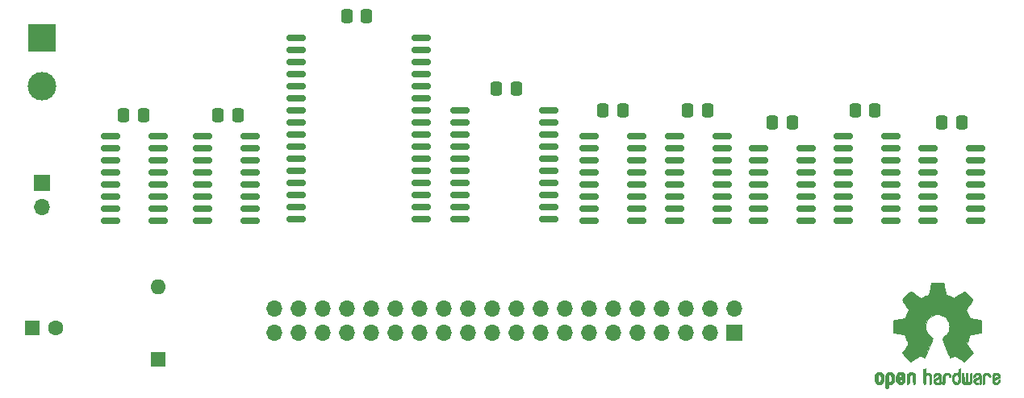
<source format=gbr>
%TF.GenerationSoftware,KiCad,Pcbnew,8.0.2*%
%TF.CreationDate,2024-08-07T07:54:49+02:00*%
%TF.ProjectId,p2000t-ram-expansion-board-128kb-smd,70323030-3074-42d7-9261-6d2d65787061,4*%
%TF.SameCoordinates,Original*%
%TF.FileFunction,Soldermask,Top*%
%TF.FilePolarity,Negative*%
%FSLAX46Y46*%
G04 Gerber Fmt 4.6, Leading zero omitted, Abs format (unit mm)*
G04 Created by KiCad (PCBNEW 8.0.2) date 2024-08-07 07:54:49*
%MOMM*%
%LPD*%
G01*
G04 APERTURE LIST*
G04 Aperture macros list*
%AMRoundRect*
0 Rectangle with rounded corners*
0 $1 Rounding radius*
0 $2 $3 $4 $5 $6 $7 $8 $9 X,Y pos of 4 corners*
0 Add a 4 corners polygon primitive as box body*
4,1,4,$2,$3,$4,$5,$6,$7,$8,$9,$2,$3,0*
0 Add four circle primitives for the rounded corners*
1,1,$1+$1,$2,$3*
1,1,$1+$1,$4,$5*
1,1,$1+$1,$6,$7*
1,1,$1+$1,$8,$9*
0 Add four rect primitives between the rounded corners*
20,1,$1+$1,$2,$3,$4,$5,0*
20,1,$1+$1,$4,$5,$6,$7,0*
20,1,$1+$1,$6,$7,$8,$9,0*
20,1,$1+$1,$8,$9,$2,$3,0*%
G04 Aperture macros list end*
%ADD10C,0.010000*%
%ADD11RoundRect,0.250000X0.337500X0.475000X-0.337500X0.475000X-0.337500X-0.475000X0.337500X-0.475000X0*%
%ADD12R,1.600000X1.600000*%
%ADD13O,1.600000X1.600000*%
%ADD14R,1.700000X1.700000*%
%ADD15O,1.700000X1.700000*%
%ADD16RoundRect,0.150000X-0.875000X-0.150000X0.875000X-0.150000X0.875000X0.150000X-0.875000X0.150000X0*%
%ADD17RoundRect,0.150000X-0.825000X-0.150000X0.825000X-0.150000X0.825000X0.150000X-0.825000X0.150000X0*%
%ADD18C,1.600000*%
%ADD19R,3.000000X3.000000*%
%ADD20C,3.000000*%
G04 APERTURE END LIST*
D10*
%TO.C,LOGO1*%
X125731690Y-84712018D02*
X125766585Y-84727269D01*
X125849877Y-84793235D01*
X125921103Y-84888618D01*
X125965153Y-84990406D01*
X125972322Y-85040587D01*
X125948285Y-85110647D01*
X125895561Y-85147717D01*
X125839031Y-85170164D01*
X125813146Y-85174300D01*
X125800542Y-85144283D01*
X125775654Y-85078961D01*
X125764735Y-85049445D01*
X125703508Y-84947348D01*
X125614861Y-84896423D01*
X125501193Y-84897989D01*
X125492774Y-84899994D01*
X125432088Y-84928767D01*
X125387474Y-84984859D01*
X125357002Y-85075163D01*
X125338744Y-85206571D01*
X125330771Y-85385974D01*
X125330023Y-85481433D01*
X125329652Y-85631913D01*
X125327223Y-85734495D01*
X125320760Y-85799672D01*
X125308288Y-85837938D01*
X125287833Y-85859785D01*
X125257419Y-85875707D01*
X125255661Y-85876509D01*
X125197091Y-85901272D01*
X125168075Y-85910391D01*
X125163616Y-85882822D01*
X125159799Y-85806620D01*
X125156899Y-85691541D01*
X125155191Y-85547341D01*
X125154851Y-85441814D01*
X125156588Y-85237613D01*
X125163382Y-85082697D01*
X125177607Y-84968024D01*
X125201638Y-84884551D01*
X125237848Y-84823236D01*
X125288612Y-84775034D01*
X125338739Y-84741393D01*
X125459275Y-84696619D01*
X125599557Y-84686521D01*
X125731690Y-84712018D01*
G36*
X125731690Y-84712018D02*
G01*
X125766585Y-84727269D01*
X125849877Y-84793235D01*
X125921103Y-84888618D01*
X125965153Y-84990406D01*
X125972322Y-85040587D01*
X125948285Y-85110647D01*
X125895561Y-85147717D01*
X125839031Y-85170164D01*
X125813146Y-85174300D01*
X125800542Y-85144283D01*
X125775654Y-85078961D01*
X125764735Y-85049445D01*
X125703508Y-84947348D01*
X125614861Y-84896423D01*
X125501193Y-84897989D01*
X125492774Y-84899994D01*
X125432088Y-84928767D01*
X125387474Y-84984859D01*
X125357002Y-85075163D01*
X125338744Y-85206571D01*
X125330771Y-85385974D01*
X125330023Y-85481433D01*
X125329652Y-85631913D01*
X125327223Y-85734495D01*
X125320760Y-85799672D01*
X125308288Y-85837938D01*
X125287833Y-85859785D01*
X125257419Y-85875707D01*
X125255661Y-85876509D01*
X125197091Y-85901272D01*
X125168075Y-85910391D01*
X125163616Y-85882822D01*
X125159799Y-85806620D01*
X125156899Y-85691541D01*
X125155191Y-85547341D01*
X125154851Y-85441814D01*
X125156588Y-85237613D01*
X125163382Y-85082697D01*
X125177607Y-84968024D01*
X125201638Y-84884551D01*
X125237848Y-84823236D01*
X125288612Y-84775034D01*
X125338739Y-84741393D01*
X125459275Y-84696619D01*
X125599557Y-84686521D01*
X125731690Y-84712018D01*
G37*
X117813429Y-84649719D02*
X117907123Y-84703914D01*
X117972264Y-84757707D01*
X118019907Y-84814066D01*
X118052728Y-84882987D01*
X118073406Y-84974468D01*
X118084620Y-85098506D01*
X118089049Y-85265098D01*
X118089563Y-85384851D01*
X118089563Y-85825659D01*
X117965483Y-85881283D01*
X117841402Y-85936907D01*
X117826805Y-85454095D01*
X117820773Y-85273779D01*
X117814445Y-85142901D01*
X117806606Y-85052511D01*
X117796037Y-84993664D01*
X117781523Y-84957413D01*
X117761848Y-84934810D01*
X117755535Y-84929917D01*
X117659888Y-84891706D01*
X117563207Y-84906827D01*
X117505655Y-84946943D01*
X117482245Y-84975370D01*
X117466039Y-85012672D01*
X117455741Y-85069223D01*
X117450049Y-85155394D01*
X117447664Y-85281558D01*
X117447264Y-85413042D01*
X117447186Y-85577999D01*
X117444361Y-85694761D01*
X117434907Y-85773510D01*
X117414940Y-85824431D01*
X117380576Y-85857706D01*
X117327932Y-85883520D01*
X117257617Y-85910344D01*
X117180820Y-85939542D01*
X117189962Y-85421346D01*
X117193643Y-85234539D01*
X117197950Y-85096490D01*
X117204123Y-84997568D01*
X117213402Y-84928145D01*
X117227027Y-84878590D01*
X117246239Y-84839273D01*
X117269402Y-84804584D01*
X117381152Y-84693770D01*
X117517513Y-84629689D01*
X117665825Y-84614339D01*
X117813429Y-84649719D01*
G36*
X117813429Y-84649719D02*
G01*
X117907123Y-84703914D01*
X117972264Y-84757707D01*
X118019907Y-84814066D01*
X118052728Y-84882987D01*
X118073406Y-84974468D01*
X118084620Y-85098506D01*
X118089049Y-85265098D01*
X118089563Y-85384851D01*
X118089563Y-85825659D01*
X117965483Y-85881283D01*
X117841402Y-85936907D01*
X117826805Y-85454095D01*
X117820773Y-85273779D01*
X117814445Y-85142901D01*
X117806606Y-85052511D01*
X117796037Y-84993664D01*
X117781523Y-84957413D01*
X117761848Y-84934810D01*
X117755535Y-84929917D01*
X117659888Y-84891706D01*
X117563207Y-84906827D01*
X117505655Y-84946943D01*
X117482245Y-84975370D01*
X117466039Y-85012672D01*
X117455741Y-85069223D01*
X117450049Y-85155394D01*
X117447664Y-85281558D01*
X117447264Y-85413042D01*
X117447186Y-85577999D01*
X117444361Y-85694761D01*
X117434907Y-85773510D01*
X117414940Y-85824431D01*
X117380576Y-85857706D01*
X117327932Y-85883520D01*
X117257617Y-85910344D01*
X117180820Y-85939542D01*
X117189962Y-85421346D01*
X117193643Y-85234539D01*
X117197950Y-85096490D01*
X117204123Y-84997568D01*
X117213402Y-84928145D01*
X117227027Y-84878590D01*
X117246239Y-84839273D01*
X117269402Y-84804584D01*
X117381152Y-84693770D01*
X117517513Y-84629689D01*
X117665825Y-84614339D01*
X117813429Y-84649719D01*
G37*
X121461943Y-84693920D02*
X121594565Y-84742859D01*
X121702010Y-84829419D01*
X121744032Y-84890352D01*
X121789843Y-85002161D01*
X121788891Y-85083006D01*
X121740808Y-85137378D01*
X121723017Y-85146624D01*
X121646204Y-85175450D01*
X121606976Y-85168065D01*
X121593689Y-85119658D01*
X121593012Y-85092920D01*
X121568686Y-84994548D01*
X121505281Y-84925734D01*
X121417154Y-84892498D01*
X121318663Y-84900861D01*
X121238602Y-84944296D01*
X121211561Y-84969072D01*
X121192394Y-84999129D01*
X121179446Y-85044565D01*
X121171064Y-85115476D01*
X121165593Y-85221960D01*
X121161378Y-85374112D01*
X121160287Y-85422287D01*
X121156307Y-85587095D01*
X121151781Y-85703088D01*
X121144995Y-85779833D01*
X121134231Y-85826893D01*
X121117773Y-85853835D01*
X121093906Y-85870223D01*
X121078626Y-85877463D01*
X121013733Y-85902220D01*
X120975534Y-85910391D01*
X120962912Y-85883103D01*
X120955208Y-85800603D01*
X120952380Y-85661941D01*
X120954386Y-85466162D01*
X120955011Y-85435965D01*
X120959421Y-85257349D01*
X120964635Y-85126923D01*
X120972055Y-85034492D01*
X120983082Y-84969858D01*
X120999117Y-84922825D01*
X121021561Y-84883196D01*
X121033302Y-84866215D01*
X121100619Y-84791080D01*
X121175910Y-84732638D01*
X121185128Y-84727536D01*
X121320133Y-84687260D01*
X121461943Y-84693920D01*
G36*
X121461943Y-84693920D02*
G01*
X121594565Y-84742859D01*
X121702010Y-84829419D01*
X121744032Y-84890352D01*
X121789843Y-85002161D01*
X121788891Y-85083006D01*
X121740808Y-85137378D01*
X121723017Y-85146624D01*
X121646204Y-85175450D01*
X121606976Y-85168065D01*
X121593689Y-85119658D01*
X121593012Y-85092920D01*
X121568686Y-84994548D01*
X121505281Y-84925734D01*
X121417154Y-84892498D01*
X121318663Y-84900861D01*
X121238602Y-84944296D01*
X121211561Y-84969072D01*
X121192394Y-84999129D01*
X121179446Y-85044565D01*
X121171064Y-85115476D01*
X121165593Y-85221960D01*
X121161378Y-85374112D01*
X121160287Y-85422287D01*
X121156307Y-85587095D01*
X121151781Y-85703088D01*
X121144995Y-85779833D01*
X121134231Y-85826893D01*
X121117773Y-85853835D01*
X121093906Y-85870223D01*
X121078626Y-85877463D01*
X121013733Y-85902220D01*
X120975534Y-85910391D01*
X120962912Y-85883103D01*
X120955208Y-85800603D01*
X120952380Y-85661941D01*
X120954386Y-85466162D01*
X120955011Y-85435965D01*
X120959421Y-85257349D01*
X120964635Y-85126923D01*
X120972055Y-85034492D01*
X120983082Y-84969858D01*
X120999117Y-84922825D01*
X121021561Y-84883196D01*
X121033302Y-84866215D01*
X121100619Y-84791080D01*
X121175910Y-84732638D01*
X121185128Y-84727536D01*
X121320133Y-84687260D01*
X121461943Y-84693920D01*
G37*
X123976124Y-84711840D02*
X123980579Y-84788653D01*
X123984071Y-84905391D01*
X123986315Y-85052821D01*
X123987035Y-85207455D01*
X123987035Y-85730727D01*
X123894645Y-85823117D01*
X123830978Y-85880047D01*
X123775089Y-85903107D01*
X123698702Y-85901647D01*
X123668380Y-85897934D01*
X123573610Y-85887126D01*
X123495222Y-85880933D01*
X123476115Y-85880361D01*
X123411699Y-85884102D01*
X123319571Y-85893494D01*
X123283850Y-85897934D01*
X123196114Y-85904801D01*
X123137153Y-85889885D01*
X123078690Y-85843835D01*
X123057585Y-85823117D01*
X122965195Y-85730727D01*
X122965195Y-84751947D01*
X123039558Y-84718066D01*
X123103590Y-84692970D01*
X123141052Y-84684184D01*
X123150657Y-84711950D01*
X123159635Y-84789530D01*
X123167386Y-84908348D01*
X123173314Y-85059828D01*
X123176173Y-85187805D01*
X123184161Y-85691425D01*
X123253848Y-85701278D01*
X123317229Y-85694389D01*
X123348286Y-85672083D01*
X123356967Y-85630379D01*
X123364378Y-85541544D01*
X123369931Y-85416834D01*
X123373036Y-85267507D01*
X123373484Y-85190661D01*
X123373931Y-84748287D01*
X123465874Y-84716235D01*
X123530949Y-84694443D01*
X123566347Y-84684281D01*
X123567368Y-84684184D01*
X123570920Y-84711809D01*
X123574823Y-84788411D01*
X123578751Y-84904579D01*
X123582376Y-85050904D01*
X123584908Y-85187805D01*
X123592897Y-85691425D01*
X123768069Y-85691425D01*
X123776107Y-85231965D01*
X123784146Y-84772505D01*
X123869543Y-84728344D01*
X123932593Y-84698019D01*
X123969910Y-84684258D01*
X123970987Y-84684184D01*
X123976124Y-84711840D01*
G36*
X123976124Y-84711840D02*
G01*
X123980579Y-84788653D01*
X123984071Y-84905391D01*
X123986315Y-85052821D01*
X123987035Y-85207455D01*
X123987035Y-85730727D01*
X123894645Y-85823117D01*
X123830978Y-85880047D01*
X123775089Y-85903107D01*
X123698702Y-85901647D01*
X123668380Y-85897934D01*
X123573610Y-85887126D01*
X123495222Y-85880933D01*
X123476115Y-85880361D01*
X123411699Y-85884102D01*
X123319571Y-85893494D01*
X123283850Y-85897934D01*
X123196114Y-85904801D01*
X123137153Y-85889885D01*
X123078690Y-85843835D01*
X123057585Y-85823117D01*
X122965195Y-85730727D01*
X122965195Y-84751947D01*
X123039558Y-84718066D01*
X123103590Y-84692970D01*
X123141052Y-84684184D01*
X123150657Y-84711950D01*
X123159635Y-84789530D01*
X123167386Y-84908348D01*
X123173314Y-85059828D01*
X123176173Y-85187805D01*
X123184161Y-85691425D01*
X123253848Y-85701278D01*
X123317229Y-85694389D01*
X123348286Y-85672083D01*
X123356967Y-85630379D01*
X123364378Y-85541544D01*
X123369931Y-85416834D01*
X123373036Y-85267507D01*
X123373484Y-85190661D01*
X123373931Y-84748287D01*
X123465874Y-84716235D01*
X123530949Y-84694443D01*
X123566347Y-84684281D01*
X123567368Y-84684184D01*
X123570920Y-84711809D01*
X123574823Y-84788411D01*
X123578751Y-84904579D01*
X123582376Y-85050904D01*
X123584908Y-85187805D01*
X123592897Y-85691425D01*
X123768069Y-85691425D01*
X123776107Y-85231965D01*
X123784146Y-84772505D01*
X123869543Y-84728344D01*
X123932593Y-84698019D01*
X123969910Y-84684258D01*
X123970987Y-84684184D01*
X123976124Y-84711840D01*
G37*
X119140598Y-84495857D02*
X119149154Y-84615188D01*
X119158981Y-84685506D01*
X119172599Y-84716179D01*
X119192527Y-84716571D01*
X119198989Y-84712910D01*
X119284940Y-84686398D01*
X119396745Y-84687946D01*
X119510414Y-84715199D01*
X119581510Y-84750455D01*
X119654405Y-84806778D01*
X119707693Y-84870519D01*
X119744275Y-84951510D01*
X119767050Y-85059586D01*
X119778919Y-85204580D01*
X119782782Y-85396326D01*
X119782851Y-85433109D01*
X119782897Y-85846288D01*
X119690954Y-85878339D01*
X119625652Y-85900144D01*
X119589824Y-85910297D01*
X119588770Y-85910391D01*
X119585242Y-85882860D01*
X119582239Y-85806923D01*
X119579990Y-85692565D01*
X119578724Y-85549769D01*
X119578529Y-85462951D01*
X119578123Y-85291773D01*
X119576032Y-85169088D01*
X119570947Y-85085000D01*
X119561560Y-85029614D01*
X119546561Y-84993032D01*
X119524642Y-84965359D01*
X119510957Y-84952032D01*
X119416949Y-84898328D01*
X119314364Y-84894307D01*
X119221290Y-84939725D01*
X119204078Y-84956123D01*
X119178832Y-84986957D01*
X119161320Y-85023531D01*
X119150142Y-85076415D01*
X119143896Y-85156177D01*
X119141182Y-85273385D01*
X119140598Y-85434991D01*
X119140598Y-85846288D01*
X119048655Y-85878339D01*
X118983353Y-85900144D01*
X118947525Y-85910297D01*
X118946471Y-85910391D01*
X118943775Y-85882448D01*
X118941345Y-85803630D01*
X118939278Y-85681453D01*
X118937671Y-85523432D01*
X118936623Y-85337083D01*
X118936231Y-85129920D01*
X118936230Y-85120706D01*
X118936230Y-84331020D01*
X119031115Y-84290997D01*
X119126000Y-84250973D01*
X119140598Y-84495857D01*
G36*
X119140598Y-84495857D02*
G01*
X119149154Y-84615188D01*
X119158981Y-84685506D01*
X119172599Y-84716179D01*
X119192527Y-84716571D01*
X119198989Y-84712910D01*
X119284940Y-84686398D01*
X119396745Y-84687946D01*
X119510414Y-84715199D01*
X119581510Y-84750455D01*
X119654405Y-84806778D01*
X119707693Y-84870519D01*
X119744275Y-84951510D01*
X119767050Y-85059586D01*
X119778919Y-85204580D01*
X119782782Y-85396326D01*
X119782851Y-85433109D01*
X119782897Y-85846288D01*
X119690954Y-85878339D01*
X119625652Y-85900144D01*
X119589824Y-85910297D01*
X119588770Y-85910391D01*
X119585242Y-85882860D01*
X119582239Y-85806923D01*
X119579990Y-85692565D01*
X119578724Y-85549769D01*
X119578529Y-85462951D01*
X119578123Y-85291773D01*
X119576032Y-85169088D01*
X119570947Y-85085000D01*
X119561560Y-85029614D01*
X119546561Y-84993032D01*
X119524642Y-84965359D01*
X119510957Y-84952032D01*
X119416949Y-84898328D01*
X119314364Y-84894307D01*
X119221290Y-84939725D01*
X119204078Y-84956123D01*
X119178832Y-84986957D01*
X119161320Y-85023531D01*
X119150142Y-85076415D01*
X119143896Y-85156177D01*
X119141182Y-85273385D01*
X119140598Y-85434991D01*
X119140598Y-85846288D01*
X119048655Y-85878339D01*
X118983353Y-85900144D01*
X118947525Y-85910297D01*
X118946471Y-85910391D01*
X118943775Y-85882448D01*
X118941345Y-85803630D01*
X118939278Y-85681453D01*
X118937671Y-85523432D01*
X118936623Y-85337083D01*
X118936231Y-85129920D01*
X118936230Y-85120706D01*
X118936230Y-84331020D01*
X119031115Y-84290997D01*
X119126000Y-84250973D01*
X119140598Y-84495857D01*
G37*
X114444221Y-84638015D02*
X114581061Y-84709968D01*
X114682051Y-84825766D01*
X114717925Y-84900213D01*
X114745839Y-85011992D01*
X114760129Y-85153227D01*
X114761484Y-85307371D01*
X114750595Y-85457879D01*
X114728153Y-85588205D01*
X114694850Y-85681803D01*
X114684615Y-85697922D01*
X114563382Y-85818249D01*
X114419387Y-85890317D01*
X114263139Y-85911408D01*
X114105148Y-85878802D01*
X114061180Y-85859253D01*
X113975556Y-85799012D01*
X113900408Y-85719135D01*
X113893306Y-85709004D01*
X113864439Y-85660181D01*
X113845357Y-85607990D01*
X113834084Y-85539285D01*
X113828645Y-85440918D01*
X113827062Y-85299744D01*
X113827035Y-85268092D01*
X113827107Y-85258019D01*
X114118989Y-85258019D01*
X114120687Y-85391256D01*
X114127372Y-85479674D01*
X114141425Y-85536785D01*
X114165229Y-85576102D01*
X114177379Y-85589241D01*
X114247236Y-85639172D01*
X114315059Y-85636895D01*
X114383635Y-85593584D01*
X114424535Y-85547346D01*
X114448758Y-85479857D01*
X114462361Y-85373433D01*
X114463294Y-85361020D01*
X114465616Y-85168147D01*
X114441350Y-85024900D01*
X114390824Y-84932160D01*
X114314368Y-84890807D01*
X114287076Y-84888552D01*
X114215411Y-84899893D01*
X114166390Y-84939184D01*
X114136418Y-85014326D01*
X114121899Y-85133222D01*
X114118989Y-85258019D01*
X113827107Y-85258019D01*
X113828122Y-85117659D01*
X113832688Y-85012549D01*
X113842688Y-84939714D01*
X113860079Y-84886108D01*
X113886816Y-84838681D01*
X113892724Y-84829864D01*
X113992032Y-84711007D01*
X114100242Y-84642008D01*
X114231981Y-84614619D01*
X114276717Y-84613281D01*
X114444221Y-84638015D01*
G36*
X114444221Y-84638015D02*
G01*
X114581061Y-84709968D01*
X114682051Y-84825766D01*
X114717925Y-84900213D01*
X114745839Y-85011992D01*
X114760129Y-85153227D01*
X114761484Y-85307371D01*
X114750595Y-85457879D01*
X114728153Y-85588205D01*
X114694850Y-85681803D01*
X114684615Y-85697922D01*
X114563382Y-85818249D01*
X114419387Y-85890317D01*
X114263139Y-85911408D01*
X114105148Y-85878802D01*
X114061180Y-85859253D01*
X113975556Y-85799012D01*
X113900408Y-85719135D01*
X113893306Y-85709004D01*
X113864439Y-85660181D01*
X113845357Y-85607990D01*
X113834084Y-85539285D01*
X113828645Y-85440918D01*
X113827062Y-85299744D01*
X113827035Y-85268092D01*
X113827107Y-85258019D01*
X114118989Y-85258019D01*
X114120687Y-85391256D01*
X114127372Y-85479674D01*
X114141425Y-85536785D01*
X114165229Y-85576102D01*
X114177379Y-85589241D01*
X114247236Y-85639172D01*
X114315059Y-85636895D01*
X114383635Y-85593584D01*
X114424535Y-85547346D01*
X114448758Y-85479857D01*
X114462361Y-85373433D01*
X114463294Y-85361020D01*
X114465616Y-85168147D01*
X114441350Y-85024900D01*
X114390824Y-84932160D01*
X114314368Y-84890807D01*
X114287076Y-84888552D01*
X114215411Y-84899893D01*
X114166390Y-84939184D01*
X114136418Y-85014326D01*
X114121899Y-85133222D01*
X114118989Y-85258019D01*
X113827107Y-85258019D01*
X113828122Y-85117659D01*
X113832688Y-85012549D01*
X113842688Y-84939714D01*
X113860079Y-84886108D01*
X113886816Y-84838681D01*
X113892724Y-84829864D01*
X113992032Y-84711007D01*
X114100242Y-84642008D01*
X114231981Y-84614619D01*
X114276717Y-84613281D01*
X114444221Y-84638015D01*
G37*
X126739439Y-84728540D02*
X126854950Y-84804034D01*
X126910664Y-84871617D01*
X126954804Y-84994255D01*
X126958309Y-85091298D01*
X126950368Y-85221056D01*
X126651115Y-85352039D01*
X126505611Y-85418958D01*
X126410537Y-85472790D01*
X126361101Y-85519416D01*
X126352511Y-85564720D01*
X126379972Y-85614582D01*
X126410253Y-85647632D01*
X126498363Y-85700633D01*
X126594196Y-85704347D01*
X126682212Y-85663041D01*
X126746869Y-85580983D01*
X126758433Y-85552008D01*
X126813825Y-85461509D01*
X126877553Y-85422940D01*
X126964966Y-85389946D01*
X126964966Y-85515034D01*
X126957238Y-85600156D01*
X126926966Y-85671938D01*
X126863518Y-85754356D01*
X126854088Y-85765066D01*
X126783513Y-85838391D01*
X126722847Y-85877742D01*
X126646950Y-85895845D01*
X126584030Y-85901774D01*
X126471487Y-85903251D01*
X126391370Y-85884535D01*
X126341390Y-85856747D01*
X126262838Y-85795641D01*
X126208463Y-85729554D01*
X126174052Y-85646441D01*
X126155388Y-85534254D01*
X126148256Y-85380946D01*
X126147687Y-85303136D01*
X126149622Y-85209853D01*
X126325899Y-85209853D01*
X126327944Y-85259896D01*
X126333039Y-85268092D01*
X126366666Y-85256958D01*
X126439030Y-85227493D01*
X126535747Y-85185601D01*
X126555973Y-85176597D01*
X126678203Y-85114442D01*
X126745547Y-85059815D01*
X126760348Y-85008649D01*
X126724947Y-84956876D01*
X126695711Y-84934000D01*
X126590216Y-84888250D01*
X126491476Y-84895808D01*
X126408812Y-84951651D01*
X126351548Y-85050753D01*
X126333188Y-85129414D01*
X126325899Y-85209853D01*
X126149622Y-85209853D01*
X126151459Y-85121351D01*
X126165359Y-84986853D01*
X126192894Y-84888916D01*
X126237572Y-84816811D01*
X126302901Y-84759813D01*
X126331383Y-84741393D01*
X126460763Y-84693422D01*
X126602412Y-84690403D01*
X126739439Y-84728540D01*
G36*
X126739439Y-84728540D02*
G01*
X126854950Y-84804034D01*
X126910664Y-84871617D01*
X126954804Y-84994255D01*
X126958309Y-85091298D01*
X126950368Y-85221056D01*
X126651115Y-85352039D01*
X126505611Y-85418958D01*
X126410537Y-85472790D01*
X126361101Y-85519416D01*
X126352511Y-85564720D01*
X126379972Y-85614582D01*
X126410253Y-85647632D01*
X126498363Y-85700633D01*
X126594196Y-85704347D01*
X126682212Y-85663041D01*
X126746869Y-85580983D01*
X126758433Y-85552008D01*
X126813825Y-85461509D01*
X126877553Y-85422940D01*
X126964966Y-85389946D01*
X126964966Y-85515034D01*
X126957238Y-85600156D01*
X126926966Y-85671938D01*
X126863518Y-85754356D01*
X126854088Y-85765066D01*
X126783513Y-85838391D01*
X126722847Y-85877742D01*
X126646950Y-85895845D01*
X126584030Y-85901774D01*
X126471487Y-85903251D01*
X126391370Y-85884535D01*
X126341390Y-85856747D01*
X126262838Y-85795641D01*
X126208463Y-85729554D01*
X126174052Y-85646441D01*
X126155388Y-85534254D01*
X126148256Y-85380946D01*
X126147687Y-85303136D01*
X126149622Y-85209853D01*
X126325899Y-85209853D01*
X126327944Y-85259896D01*
X126333039Y-85268092D01*
X126366666Y-85256958D01*
X126439030Y-85227493D01*
X126535747Y-85185601D01*
X126555973Y-85176597D01*
X126678203Y-85114442D01*
X126745547Y-85059815D01*
X126760348Y-85008649D01*
X126724947Y-84956876D01*
X126695711Y-84934000D01*
X126590216Y-84888250D01*
X126491476Y-84895808D01*
X126408812Y-84951651D01*
X126351548Y-85050753D01*
X126333188Y-85129414D01*
X126325899Y-85209853D01*
X126149622Y-85209853D01*
X126151459Y-85121351D01*
X126165359Y-84986853D01*
X126192894Y-84888916D01*
X126237572Y-84816811D01*
X126302901Y-84759813D01*
X126331383Y-84741393D01*
X126460763Y-84693422D01*
X126602412Y-84690403D01*
X126739439Y-84728540D01*
G37*
X122789914Y-84926455D02*
X122789543Y-85144661D01*
X122788108Y-85312519D01*
X122785002Y-85438070D01*
X122779622Y-85529355D01*
X122771362Y-85594415D01*
X122759616Y-85641291D01*
X122743781Y-85678024D01*
X122731790Y-85698991D01*
X122632490Y-85812694D01*
X122506588Y-85883965D01*
X122367291Y-85909538D01*
X122227805Y-85886150D01*
X122144743Y-85844119D01*
X122057545Y-85771411D01*
X121998117Y-85682612D01*
X121962261Y-85566320D01*
X121945781Y-85411135D01*
X121943447Y-85297287D01*
X121943761Y-85289106D01*
X122147724Y-85289106D01*
X122148970Y-85419657D01*
X122154678Y-85506080D01*
X122167804Y-85562618D01*
X122191306Y-85603514D01*
X122219386Y-85634362D01*
X122313688Y-85693905D01*
X122414940Y-85698992D01*
X122510636Y-85649279D01*
X122518084Y-85642543D01*
X122549874Y-85607502D01*
X122569808Y-85565811D01*
X122580600Y-85503762D01*
X122584965Y-85407644D01*
X122585655Y-85301379D01*
X122584159Y-85167880D01*
X122577964Y-85078822D01*
X122564514Y-85020293D01*
X122541251Y-84978382D01*
X122522175Y-84956123D01*
X122433563Y-84899985D01*
X122331508Y-84893235D01*
X122234095Y-84936114D01*
X122215296Y-84952032D01*
X122183293Y-84987382D01*
X122163318Y-85029502D01*
X122152593Y-85092251D01*
X122148339Y-85189487D01*
X122147724Y-85289106D01*
X121943761Y-85289106D01*
X121950504Y-85113947D01*
X121974472Y-84976195D01*
X122019548Y-84872632D01*
X122089928Y-84791856D01*
X122144743Y-84750455D01*
X122244376Y-84705728D01*
X122359855Y-84684967D01*
X122467199Y-84690525D01*
X122527264Y-84712943D01*
X122550835Y-84719323D01*
X122566477Y-84695535D01*
X122577395Y-84631788D01*
X122585655Y-84534687D01*
X122594699Y-84426541D01*
X122607261Y-84361475D01*
X122630119Y-84324268D01*
X122670051Y-84299699D01*
X122695138Y-84288819D01*
X122790023Y-84249072D01*
X122789914Y-84926455D01*
G36*
X122789914Y-84926455D02*
G01*
X122789543Y-85144661D01*
X122788108Y-85312519D01*
X122785002Y-85438070D01*
X122779622Y-85529355D01*
X122771362Y-85594415D01*
X122759616Y-85641291D01*
X122743781Y-85678024D01*
X122731790Y-85698991D01*
X122632490Y-85812694D01*
X122506588Y-85883965D01*
X122367291Y-85909538D01*
X122227805Y-85886150D01*
X122144743Y-85844119D01*
X122057545Y-85771411D01*
X121998117Y-85682612D01*
X121962261Y-85566320D01*
X121945781Y-85411135D01*
X121943447Y-85297287D01*
X121943761Y-85289106D01*
X122147724Y-85289106D01*
X122148970Y-85419657D01*
X122154678Y-85506080D01*
X122167804Y-85562618D01*
X122191306Y-85603514D01*
X122219386Y-85634362D01*
X122313688Y-85693905D01*
X122414940Y-85698992D01*
X122510636Y-85649279D01*
X122518084Y-85642543D01*
X122549874Y-85607502D01*
X122569808Y-85565811D01*
X122580600Y-85503762D01*
X122584965Y-85407644D01*
X122585655Y-85301379D01*
X122584159Y-85167880D01*
X122577964Y-85078822D01*
X122564514Y-85020293D01*
X122541251Y-84978382D01*
X122522175Y-84956123D01*
X122433563Y-84899985D01*
X122331508Y-84893235D01*
X122234095Y-84936114D01*
X122215296Y-84952032D01*
X122183293Y-84987382D01*
X122163318Y-85029502D01*
X122152593Y-85092251D01*
X122148339Y-85189487D01*
X122147724Y-85289106D01*
X121943761Y-85289106D01*
X121950504Y-85113947D01*
X121974472Y-84976195D01*
X122019548Y-84872632D01*
X122089928Y-84791856D01*
X122144743Y-84750455D01*
X122244376Y-84705728D01*
X122359855Y-84684967D01*
X122467199Y-84690525D01*
X122527264Y-84712943D01*
X122550835Y-84719323D01*
X122566477Y-84695535D01*
X122577395Y-84631788D01*
X122585655Y-84534687D01*
X122594699Y-84426541D01*
X122607261Y-84361475D01*
X122630119Y-84324268D01*
X122670051Y-84299699D01*
X122695138Y-84288819D01*
X122790023Y-84249072D01*
X122789914Y-84926455D01*
G37*
X116711552Y-84656676D02*
X116826658Y-84734111D01*
X116915611Y-84845949D01*
X116968749Y-84988265D01*
X116979497Y-85093015D01*
X116978276Y-85136726D01*
X116968056Y-85170194D01*
X116939961Y-85200179D01*
X116885116Y-85233440D01*
X116794645Y-85276738D01*
X116659672Y-85336833D01*
X116658989Y-85337134D01*
X116534751Y-85394037D01*
X116432873Y-85444565D01*
X116363767Y-85483280D01*
X116337846Y-85504740D01*
X116337839Y-85504913D01*
X116360685Y-85551644D01*
X116414109Y-85603154D01*
X116475442Y-85640261D01*
X116506515Y-85647632D01*
X116591289Y-85622138D01*
X116664293Y-85558291D01*
X116699913Y-85488094D01*
X116734180Y-85436343D01*
X116801303Y-85377409D01*
X116880208Y-85326496D01*
X116949821Y-85298809D01*
X116964377Y-85297287D01*
X116980763Y-85322321D01*
X116981750Y-85386311D01*
X116969708Y-85472593D01*
X116947007Y-85564501D01*
X116916014Y-85645369D01*
X116914448Y-85648509D01*
X116821181Y-85778734D01*
X116700304Y-85867311D01*
X116563027Y-85910786D01*
X116420560Y-85905706D01*
X116284112Y-85848616D01*
X116278045Y-85844602D01*
X116170710Y-85747326D01*
X116100132Y-85620409D01*
X116061074Y-85453526D01*
X116055832Y-85406639D01*
X116046548Y-85185329D01*
X116057678Y-85082124D01*
X116337839Y-85082124D01*
X116341479Y-85146503D01*
X116361389Y-85165291D01*
X116411026Y-85151235D01*
X116489267Y-85118009D01*
X116576726Y-85076359D01*
X116578899Y-85075256D01*
X116653030Y-85036265D01*
X116682781Y-85010244D01*
X116675445Y-84982965D01*
X116644553Y-84947121D01*
X116565960Y-84895251D01*
X116481323Y-84891439D01*
X116405403Y-84929189D01*
X116352965Y-85002001D01*
X116337839Y-85082124D01*
X116057678Y-85082124D01*
X116065644Y-85008261D01*
X116114634Y-84867829D01*
X116182836Y-84769447D01*
X116305935Y-84670030D01*
X116441528Y-84620711D01*
X116579955Y-84617568D01*
X116711552Y-84656676D01*
G36*
X116711552Y-84656676D02*
G01*
X116826658Y-84734111D01*
X116915611Y-84845949D01*
X116968749Y-84988265D01*
X116979497Y-85093015D01*
X116978276Y-85136726D01*
X116968056Y-85170194D01*
X116939961Y-85200179D01*
X116885116Y-85233440D01*
X116794645Y-85276738D01*
X116659672Y-85336833D01*
X116658989Y-85337134D01*
X116534751Y-85394037D01*
X116432873Y-85444565D01*
X116363767Y-85483280D01*
X116337846Y-85504740D01*
X116337839Y-85504913D01*
X116360685Y-85551644D01*
X116414109Y-85603154D01*
X116475442Y-85640261D01*
X116506515Y-85647632D01*
X116591289Y-85622138D01*
X116664293Y-85558291D01*
X116699913Y-85488094D01*
X116734180Y-85436343D01*
X116801303Y-85377409D01*
X116880208Y-85326496D01*
X116949821Y-85298809D01*
X116964377Y-85297287D01*
X116980763Y-85322321D01*
X116981750Y-85386311D01*
X116969708Y-85472593D01*
X116947007Y-85564501D01*
X116916014Y-85645369D01*
X116914448Y-85648509D01*
X116821181Y-85778734D01*
X116700304Y-85867311D01*
X116563027Y-85910786D01*
X116420560Y-85905706D01*
X116284112Y-85848616D01*
X116278045Y-85844602D01*
X116170710Y-85747326D01*
X116100132Y-85620409D01*
X116061074Y-85453526D01*
X116055832Y-85406639D01*
X116046548Y-85185329D01*
X116057678Y-85082124D01*
X116337839Y-85082124D01*
X116341479Y-85146503D01*
X116361389Y-85165291D01*
X116411026Y-85151235D01*
X116489267Y-85118009D01*
X116576726Y-85076359D01*
X116578899Y-85075256D01*
X116653030Y-85036265D01*
X116682781Y-85010244D01*
X116675445Y-84982965D01*
X116644553Y-84947121D01*
X116565960Y-84895251D01*
X116481323Y-84891439D01*
X116405403Y-84929189D01*
X116352965Y-85002001D01*
X116337839Y-85082124D01*
X116057678Y-85082124D01*
X116065644Y-85008261D01*
X116114634Y-84867829D01*
X116182836Y-84769447D01*
X116305935Y-84670030D01*
X116441528Y-84620711D01*
X116579955Y-84617568D01*
X116711552Y-84656676D01*
G37*
X120475944Y-84696360D02*
X120590343Y-84738842D01*
X120591652Y-84739658D01*
X120662403Y-84791730D01*
X120714636Y-84852584D01*
X120751371Y-84931887D01*
X120775634Y-85039309D01*
X120790445Y-85184517D01*
X120798829Y-85377179D01*
X120799564Y-85404628D01*
X120810120Y-85818521D01*
X120721291Y-85864456D01*
X120657018Y-85895498D01*
X120618210Y-85910206D01*
X120616415Y-85910391D01*
X120609700Y-85883250D01*
X120604365Y-85810041D01*
X120601083Y-85703081D01*
X120600368Y-85616469D01*
X120600351Y-85476162D01*
X120593937Y-85388051D01*
X120571580Y-85346025D01*
X120523732Y-85343975D01*
X120440849Y-85375790D01*
X120315713Y-85434272D01*
X120223697Y-85482845D01*
X120176371Y-85524986D01*
X120162458Y-85570916D01*
X120162437Y-85573189D01*
X120185395Y-85652311D01*
X120253370Y-85695055D01*
X120357398Y-85701246D01*
X120432330Y-85700172D01*
X120471839Y-85721753D01*
X120496478Y-85773591D01*
X120510659Y-85839632D01*
X120490223Y-85877104D01*
X120482528Y-85882467D01*
X120410083Y-85904006D01*
X120308633Y-85907055D01*
X120204157Y-85892778D01*
X120130125Y-85866688D01*
X120027772Y-85779785D01*
X119969591Y-85658816D01*
X119958069Y-85564308D01*
X119966862Y-85479062D01*
X119998680Y-85409476D01*
X120061684Y-85347672D01*
X120164031Y-85285772D01*
X120313882Y-85215897D01*
X120323012Y-85211948D01*
X120457997Y-85149588D01*
X120541294Y-85098446D01*
X120576997Y-85052488D01*
X120569203Y-85005683D01*
X120522007Y-84951998D01*
X120507894Y-84939644D01*
X120413359Y-84891741D01*
X120315406Y-84893758D01*
X120230097Y-84940724D01*
X120173496Y-85027669D01*
X120168237Y-85044734D01*
X120117023Y-85127504D01*
X120052037Y-85167372D01*
X119958069Y-85206882D01*
X119958069Y-85104658D01*
X119986653Y-84956072D01*
X120071495Y-84819784D01*
X120115645Y-84774191D01*
X120216005Y-84715674D01*
X120343635Y-84689184D01*
X120475944Y-84696360D01*
G36*
X120475944Y-84696360D02*
G01*
X120590343Y-84738842D01*
X120591652Y-84739658D01*
X120662403Y-84791730D01*
X120714636Y-84852584D01*
X120751371Y-84931887D01*
X120775634Y-85039309D01*
X120790445Y-85184517D01*
X120798829Y-85377179D01*
X120799564Y-85404628D01*
X120810120Y-85818521D01*
X120721291Y-85864456D01*
X120657018Y-85895498D01*
X120618210Y-85910206D01*
X120616415Y-85910391D01*
X120609700Y-85883250D01*
X120604365Y-85810041D01*
X120601083Y-85703081D01*
X120600368Y-85616469D01*
X120600351Y-85476162D01*
X120593937Y-85388051D01*
X120571580Y-85346025D01*
X120523732Y-85343975D01*
X120440849Y-85375790D01*
X120315713Y-85434272D01*
X120223697Y-85482845D01*
X120176371Y-85524986D01*
X120162458Y-85570916D01*
X120162437Y-85573189D01*
X120185395Y-85652311D01*
X120253370Y-85695055D01*
X120357398Y-85701246D01*
X120432330Y-85700172D01*
X120471839Y-85721753D01*
X120496478Y-85773591D01*
X120510659Y-85839632D01*
X120490223Y-85877104D01*
X120482528Y-85882467D01*
X120410083Y-85904006D01*
X120308633Y-85907055D01*
X120204157Y-85892778D01*
X120130125Y-85866688D01*
X120027772Y-85779785D01*
X119969591Y-85658816D01*
X119958069Y-85564308D01*
X119966862Y-85479062D01*
X119998680Y-85409476D01*
X120061684Y-85347672D01*
X120164031Y-85285772D01*
X120313882Y-85215897D01*
X120323012Y-85211948D01*
X120457997Y-85149588D01*
X120541294Y-85098446D01*
X120576997Y-85052488D01*
X120569203Y-85005683D01*
X120522007Y-84951998D01*
X120507894Y-84939644D01*
X120413359Y-84891741D01*
X120315406Y-84893758D01*
X120230097Y-84940724D01*
X120173496Y-85027669D01*
X120168237Y-85044734D01*
X120117023Y-85127504D01*
X120052037Y-85167372D01*
X119958069Y-85206882D01*
X119958069Y-85104658D01*
X119986653Y-84956072D01*
X120071495Y-84819784D01*
X120115645Y-84774191D01*
X120216005Y-84715674D01*
X120343635Y-84689184D01*
X120475944Y-84696360D01*
G37*
X115567900Y-84633903D02*
X115679450Y-84689522D01*
X115777908Y-84791931D01*
X115805023Y-84829864D01*
X115834562Y-84879500D01*
X115853728Y-84933412D01*
X115864693Y-85005364D01*
X115869629Y-85109122D01*
X115870713Y-85246101D01*
X115865818Y-85433815D01*
X115848804Y-85574758D01*
X115816177Y-85679908D01*
X115764442Y-85760243D01*
X115690104Y-85826741D01*
X115684642Y-85830678D01*
X115611380Y-85870953D01*
X115523160Y-85890880D01*
X115410962Y-85895793D01*
X115228567Y-85895793D01*
X115228491Y-86072857D01*
X115226793Y-86171470D01*
X115216450Y-86229314D01*
X115189422Y-86264006D01*
X115137668Y-86293164D01*
X115125239Y-86299121D01*
X115067077Y-86327039D01*
X115022044Y-86344672D01*
X114988559Y-86346194D01*
X114965038Y-86325781D01*
X114949900Y-86277607D01*
X114941563Y-86195846D01*
X114938444Y-86074672D01*
X114938960Y-85908260D01*
X114941529Y-85690785D01*
X114942332Y-85625736D01*
X114945222Y-85401502D01*
X114947812Y-85254821D01*
X115228414Y-85254821D01*
X115229991Y-85379326D01*
X115237000Y-85460787D01*
X115252858Y-85514515D01*
X115280981Y-85555823D01*
X115300075Y-85575971D01*
X115378135Y-85634921D01*
X115447247Y-85639720D01*
X115518560Y-85591038D01*
X115520368Y-85589241D01*
X115549383Y-85551618D01*
X115567033Y-85500484D01*
X115575936Y-85421738D01*
X115578709Y-85301276D01*
X115578759Y-85274588D01*
X115572058Y-85108583D01*
X115550248Y-84993505D01*
X115510765Y-84923254D01*
X115451044Y-84891729D01*
X115416528Y-84888552D01*
X115334611Y-84903460D01*
X115278421Y-84952548D01*
X115244598Y-85042362D01*
X115229780Y-85179445D01*
X115228414Y-85254821D01*
X114947812Y-85254821D01*
X114948287Y-85227952D01*
X114952247Y-85097382D01*
X114957826Y-85002087D01*
X114965746Y-84934364D01*
X114976731Y-84886507D01*
X114991501Y-84850813D01*
X115010782Y-84819578D01*
X115019049Y-84807824D01*
X115128712Y-84696797D01*
X115267365Y-84633847D01*
X115427754Y-84616297D01*
X115567900Y-84633903D01*
G36*
X115567900Y-84633903D02*
G01*
X115679450Y-84689522D01*
X115777908Y-84791931D01*
X115805023Y-84829864D01*
X115834562Y-84879500D01*
X115853728Y-84933412D01*
X115864693Y-85005364D01*
X115869629Y-85109122D01*
X115870713Y-85246101D01*
X115865818Y-85433815D01*
X115848804Y-85574758D01*
X115816177Y-85679908D01*
X115764442Y-85760243D01*
X115690104Y-85826741D01*
X115684642Y-85830678D01*
X115611380Y-85870953D01*
X115523160Y-85890880D01*
X115410962Y-85895793D01*
X115228567Y-85895793D01*
X115228491Y-86072857D01*
X115226793Y-86171470D01*
X115216450Y-86229314D01*
X115189422Y-86264006D01*
X115137668Y-86293164D01*
X115125239Y-86299121D01*
X115067077Y-86327039D01*
X115022044Y-86344672D01*
X114988559Y-86346194D01*
X114965038Y-86325781D01*
X114949900Y-86277607D01*
X114941563Y-86195846D01*
X114938444Y-86074672D01*
X114938960Y-85908260D01*
X114941529Y-85690785D01*
X114942332Y-85625736D01*
X114945222Y-85401502D01*
X114947812Y-85254821D01*
X115228414Y-85254821D01*
X115229991Y-85379326D01*
X115237000Y-85460787D01*
X115252858Y-85514515D01*
X115280981Y-85555823D01*
X115300075Y-85575971D01*
X115378135Y-85634921D01*
X115447247Y-85639720D01*
X115518560Y-85591038D01*
X115520368Y-85589241D01*
X115549383Y-85551618D01*
X115567033Y-85500484D01*
X115575936Y-85421738D01*
X115578709Y-85301276D01*
X115578759Y-85274588D01*
X115572058Y-85108583D01*
X115550248Y-84993505D01*
X115510765Y-84923254D01*
X115451044Y-84891729D01*
X115416528Y-84888552D01*
X115334611Y-84903460D01*
X115278421Y-84952548D01*
X115244598Y-85042362D01*
X115229780Y-85179445D01*
X115228414Y-85254821D01*
X114947812Y-85254821D01*
X114948287Y-85227952D01*
X114952247Y-85097382D01*
X114957826Y-85002087D01*
X114965746Y-84934364D01*
X114976731Y-84886507D01*
X114991501Y-84850813D01*
X115010782Y-84819578D01*
X115019049Y-84807824D01*
X115128712Y-84696797D01*
X115267365Y-84633847D01*
X115427754Y-84616297D01*
X115567900Y-84633903D01*
G37*
X124710406Y-84707156D02*
X124794469Y-84745393D01*
X124860450Y-84791726D01*
X124908794Y-84843532D01*
X124942172Y-84910363D01*
X124963253Y-85001769D01*
X124974707Y-85127301D01*
X124979203Y-85296508D01*
X124979678Y-85407933D01*
X124979678Y-85842627D01*
X124905316Y-85876509D01*
X124846746Y-85901272D01*
X124817730Y-85910391D01*
X124812179Y-85883257D01*
X124807775Y-85810094D01*
X124805078Y-85703263D01*
X124804506Y-85618437D01*
X124802046Y-85495887D01*
X124795412Y-85398668D01*
X124785726Y-85339134D01*
X124778032Y-85326483D01*
X124726311Y-85339402D01*
X124645117Y-85372539D01*
X124551102Y-85417461D01*
X124460917Y-85465735D01*
X124391215Y-85508928D01*
X124358648Y-85538608D01*
X124358519Y-85538929D01*
X124361320Y-85593857D01*
X124386439Y-85646292D01*
X124430541Y-85688881D01*
X124494909Y-85703126D01*
X124549921Y-85701466D01*
X124627835Y-85700245D01*
X124668732Y-85718498D01*
X124693295Y-85766726D01*
X124696392Y-85775820D01*
X124707040Y-85844598D01*
X124678565Y-85886360D01*
X124604344Y-85906263D01*
X124524168Y-85909944D01*
X124379890Y-85882658D01*
X124305203Y-85843690D01*
X124212963Y-85752148D01*
X124164043Y-85639782D01*
X124159654Y-85521051D01*
X124201001Y-85410411D01*
X124263197Y-85341080D01*
X124325294Y-85302265D01*
X124422895Y-85253125D01*
X124536632Y-85203292D01*
X124555590Y-85195677D01*
X124680521Y-85140545D01*
X124752539Y-85091954D01*
X124775700Y-85043647D01*
X124754064Y-84989370D01*
X124716920Y-84946943D01*
X124629127Y-84894702D01*
X124532530Y-84890784D01*
X124443944Y-84931041D01*
X124380186Y-85011326D01*
X124371817Y-85032040D01*
X124323096Y-85108225D01*
X124251965Y-85164785D01*
X124162207Y-85211201D01*
X124162207Y-85079584D01*
X124167490Y-84999168D01*
X124190142Y-84935786D01*
X124240367Y-84868163D01*
X124288582Y-84816076D01*
X124363554Y-84742322D01*
X124421806Y-84702702D01*
X124484372Y-84686810D01*
X124555193Y-84684184D01*
X124710406Y-84707156D01*
G36*
X124710406Y-84707156D02*
G01*
X124794469Y-84745393D01*
X124860450Y-84791726D01*
X124908794Y-84843532D01*
X124942172Y-84910363D01*
X124963253Y-85001769D01*
X124974707Y-85127301D01*
X124979203Y-85296508D01*
X124979678Y-85407933D01*
X124979678Y-85842627D01*
X124905316Y-85876509D01*
X124846746Y-85901272D01*
X124817730Y-85910391D01*
X124812179Y-85883257D01*
X124807775Y-85810094D01*
X124805078Y-85703263D01*
X124804506Y-85618437D01*
X124802046Y-85495887D01*
X124795412Y-85398668D01*
X124785726Y-85339134D01*
X124778032Y-85326483D01*
X124726311Y-85339402D01*
X124645117Y-85372539D01*
X124551102Y-85417461D01*
X124460917Y-85465735D01*
X124391215Y-85508928D01*
X124358648Y-85538608D01*
X124358519Y-85538929D01*
X124361320Y-85593857D01*
X124386439Y-85646292D01*
X124430541Y-85688881D01*
X124494909Y-85703126D01*
X124549921Y-85701466D01*
X124627835Y-85700245D01*
X124668732Y-85718498D01*
X124693295Y-85766726D01*
X124696392Y-85775820D01*
X124707040Y-85844598D01*
X124678565Y-85886360D01*
X124604344Y-85906263D01*
X124524168Y-85909944D01*
X124379890Y-85882658D01*
X124305203Y-85843690D01*
X124212963Y-85752148D01*
X124164043Y-85639782D01*
X124159654Y-85521051D01*
X124201001Y-85410411D01*
X124263197Y-85341080D01*
X124325294Y-85302265D01*
X124422895Y-85253125D01*
X124536632Y-85203292D01*
X124555590Y-85195677D01*
X124680521Y-85140545D01*
X124752539Y-85091954D01*
X124775700Y-85043647D01*
X124754064Y-84989370D01*
X124716920Y-84946943D01*
X124629127Y-84894702D01*
X124532530Y-84890784D01*
X124443944Y-84931041D01*
X124380186Y-85011326D01*
X124371817Y-85032040D01*
X124323096Y-85108225D01*
X124251965Y-85164785D01*
X124162207Y-85211201D01*
X124162207Y-85079584D01*
X124167490Y-84999168D01*
X124190142Y-84935786D01*
X124240367Y-84868163D01*
X124288582Y-84816076D01*
X124363554Y-84742322D01*
X124421806Y-84702702D01*
X124484372Y-84686810D01*
X124555193Y-84684184D01*
X124710406Y-84707156D01*
G37*
X120605014Y-75224998D02*
X120763006Y-75225863D01*
X120877347Y-75228205D01*
X120955407Y-75232762D01*
X121004554Y-75240270D01*
X121032159Y-75251466D01*
X121045592Y-75267088D01*
X121052221Y-75287873D01*
X121052865Y-75290563D01*
X121062935Y-75339113D01*
X121081575Y-75434905D01*
X121106845Y-75567743D01*
X121136807Y-75727431D01*
X121169522Y-75903774D01*
X121170664Y-75909967D01*
X121203433Y-76082782D01*
X121234093Y-76235469D01*
X121260664Y-76358871D01*
X121281167Y-76443831D01*
X121293626Y-76481190D01*
X121294220Y-76481852D01*
X121330919Y-76500095D01*
X121406586Y-76530497D01*
X121504878Y-76566493D01*
X121505425Y-76566685D01*
X121629233Y-76613222D01*
X121775196Y-76672504D01*
X121912781Y-76732109D01*
X121919293Y-76735056D01*
X122143390Y-76836765D01*
X122639619Y-76497897D01*
X122791846Y-76394592D01*
X122929741Y-76302237D01*
X123045315Y-76226084D01*
X123130579Y-76171385D01*
X123177544Y-76143393D01*
X123182004Y-76141317D01*
X123216134Y-76150560D01*
X123279881Y-76195156D01*
X123375731Y-76277209D01*
X123506169Y-76398821D01*
X123639328Y-76528205D01*
X123767694Y-76655702D01*
X123882581Y-76772046D01*
X123977073Y-76870052D01*
X124044253Y-76942536D01*
X124077206Y-76982313D01*
X124078432Y-76984361D01*
X124082074Y-77011656D01*
X124068350Y-77056234D01*
X124033869Y-77124112D01*
X123975239Y-77221311D01*
X123889070Y-77353851D01*
X123774200Y-77524476D01*
X123672254Y-77674655D01*
X123581123Y-77809350D01*
X123506073Y-77920740D01*
X123452369Y-78001005D01*
X123425280Y-78042325D01*
X123423574Y-78045130D01*
X123426882Y-78084721D01*
X123451953Y-78161669D01*
X123493798Y-78261432D01*
X123508712Y-78293291D01*
X123573786Y-78435226D01*
X123643212Y-78596273D01*
X123699609Y-78735621D01*
X123740247Y-78839044D01*
X123772526Y-78917642D01*
X123791178Y-78958720D01*
X123793497Y-78961885D01*
X123827803Y-78967128D01*
X123908669Y-78981494D01*
X124025343Y-79002937D01*
X124167075Y-79029413D01*
X124323110Y-79058877D01*
X124482698Y-79089283D01*
X124635085Y-79118588D01*
X124769521Y-79144745D01*
X124875252Y-79165710D01*
X124941526Y-79179439D01*
X124957782Y-79183320D01*
X124974573Y-79192900D01*
X124987249Y-79214536D01*
X124996378Y-79255531D01*
X125002531Y-79323189D01*
X125006280Y-79424812D01*
X125008192Y-79567703D01*
X125008840Y-79759165D01*
X125008874Y-79837645D01*
X125008874Y-80475906D01*
X124855598Y-80506160D01*
X124770322Y-80522564D01*
X124643070Y-80546509D01*
X124489315Y-80575107D01*
X124324534Y-80605467D01*
X124278989Y-80613806D01*
X124126932Y-80643370D01*
X123994468Y-80672442D01*
X123892714Y-80698329D01*
X123832788Y-80718337D01*
X123822805Y-80724301D01*
X123798293Y-80766534D01*
X123763148Y-80848370D01*
X123724173Y-80953683D01*
X123716442Y-80976368D01*
X123665360Y-81117018D01*
X123601954Y-81275714D01*
X123539904Y-81418225D01*
X123539598Y-81418886D01*
X123436267Y-81642440D01*
X124115961Y-82642232D01*
X123679621Y-83079300D01*
X123547649Y-83209381D01*
X123427279Y-83324048D01*
X123325273Y-83417181D01*
X123248391Y-83482658D01*
X123203393Y-83514357D01*
X123196938Y-83516368D01*
X123159040Y-83500529D01*
X123081708Y-83456496D01*
X122973389Y-83389490D01*
X122842532Y-83304734D01*
X122701052Y-83209816D01*
X122557461Y-83112998D01*
X122429435Y-83028751D01*
X122325105Y-82962258D01*
X122252600Y-82918702D01*
X122220158Y-82903264D01*
X122180576Y-82916328D01*
X122105519Y-82950750D01*
X122010468Y-82999380D01*
X122000392Y-83004785D01*
X121872391Y-83068980D01*
X121784618Y-83100463D01*
X121730028Y-83100798D01*
X121701575Y-83071548D01*
X121701410Y-83071138D01*
X121687188Y-83036498D01*
X121653269Y-82954269D01*
X121602284Y-82830814D01*
X121536862Y-82672498D01*
X121459634Y-82485686D01*
X121373229Y-82276742D01*
X121289551Y-82074446D01*
X121197588Y-81851200D01*
X121113150Y-81644392D01*
X121038769Y-81460362D01*
X120976974Y-81305451D01*
X120930297Y-81185996D01*
X120901268Y-81108339D01*
X120892322Y-81079356D01*
X120914756Y-81046110D01*
X120973439Y-80993123D01*
X121051689Y-80934704D01*
X121274534Y-80749952D01*
X121448718Y-80538182D01*
X121572154Y-80303856D01*
X121642754Y-80051434D01*
X121658431Y-79785377D01*
X121647036Y-79662575D01*
X121584950Y-79407793D01*
X121478023Y-79182801D01*
X121332889Y-78989817D01*
X121156178Y-78831061D01*
X120954522Y-78708750D01*
X120734554Y-78625105D01*
X120502906Y-78582344D01*
X120266209Y-78582687D01*
X120031095Y-78628352D01*
X119804196Y-78721559D01*
X119592144Y-78864527D01*
X119503636Y-78945383D01*
X119333889Y-79153007D01*
X119215699Y-79379895D01*
X119148278Y-79619433D01*
X119130840Y-79865007D01*
X119162598Y-80110003D01*
X119242765Y-80347808D01*
X119370555Y-80571807D01*
X119545180Y-80775387D01*
X119740312Y-80934704D01*
X119821591Y-80995602D01*
X119879009Y-81048015D01*
X119899678Y-81079406D01*
X119888856Y-81113639D01*
X119858077Y-81195419D01*
X119809874Y-81318407D01*
X119746778Y-81476263D01*
X119671322Y-81662649D01*
X119586038Y-81871226D01*
X119502219Y-82074496D01*
X119409745Y-82297933D01*
X119324089Y-82504984D01*
X119247882Y-82689286D01*
X119183753Y-82844475D01*
X119134332Y-82964188D01*
X119102248Y-83042061D01*
X119090359Y-83071138D01*
X119062274Y-83100677D01*
X119007949Y-83100591D01*
X118920395Y-83069326D01*
X118792619Y-83005329D01*
X118791608Y-83004785D01*
X118695402Y-82955121D01*
X118617631Y-82918945D01*
X118573777Y-82903408D01*
X118571842Y-82903264D01*
X118538829Y-82919024D01*
X118465946Y-82962850D01*
X118361322Y-83029557D01*
X118233090Y-83113964D01*
X118090948Y-83209816D01*
X117946233Y-83306867D01*
X117815804Y-83391270D01*
X117708110Y-83457801D01*
X117631598Y-83501238D01*
X117595062Y-83516368D01*
X117561418Y-83496482D01*
X117493776Y-83440903D01*
X117398893Y-83355754D01*
X117283530Y-83247153D01*
X117154445Y-83121221D01*
X117112229Y-83079149D01*
X116675739Y-82641931D01*
X117007977Y-82154340D01*
X117108946Y-82004605D01*
X117197562Y-81870220D01*
X117268854Y-81758969D01*
X117317850Y-81678639D01*
X117339578Y-81637014D01*
X117340215Y-81634053D01*
X117328760Y-81594818D01*
X117297949Y-81515895D01*
X117253116Y-81410509D01*
X117221647Y-81339954D01*
X117162808Y-81204876D01*
X117107396Y-81068409D01*
X117064436Y-80953103D01*
X117052766Y-80917977D01*
X117019611Y-80824174D01*
X116987201Y-80751694D01*
X116969399Y-80724301D01*
X116930114Y-80707536D01*
X116844374Y-80683770D01*
X116723303Y-80655697D01*
X116578027Y-80626009D01*
X116513012Y-80613806D01*
X116347913Y-80583468D01*
X116189552Y-80554093D01*
X116053404Y-80528569D01*
X115954943Y-80509785D01*
X115936402Y-80506160D01*
X115783127Y-80475906D01*
X115783127Y-79837645D01*
X115783471Y-79627770D01*
X115784884Y-79468980D01*
X115787936Y-79353973D01*
X115793197Y-79275446D01*
X115801237Y-79226096D01*
X115812627Y-79198619D01*
X115827937Y-79185713D01*
X115834218Y-79183320D01*
X115872104Y-79174833D01*
X115955805Y-79157900D01*
X116074567Y-79134566D01*
X116217639Y-79106875D01*
X116374268Y-79076873D01*
X116533703Y-79046604D01*
X116685191Y-79018115D01*
X116817981Y-78993449D01*
X116921319Y-78974651D01*
X116984455Y-78963767D01*
X116998503Y-78961885D01*
X117011230Y-78936704D01*
X117039400Y-78869622D01*
X117077748Y-78773333D01*
X117092391Y-78735621D01*
X117151452Y-78589921D01*
X117221000Y-78428951D01*
X117283288Y-78293291D01*
X117329121Y-78189561D01*
X117359613Y-78104326D01*
X117369792Y-78052126D01*
X117368169Y-78045130D01*
X117346657Y-78012102D01*
X117297535Y-77938643D01*
X117226077Y-77832577D01*
X117137555Y-77701726D01*
X117037241Y-77553912D01*
X117017406Y-77524734D01*
X116901012Y-77351863D01*
X116815452Y-77220226D01*
X116757316Y-77123761D01*
X116723192Y-77056408D01*
X116709669Y-77012106D01*
X116713336Y-76984794D01*
X116713430Y-76984620D01*
X116742293Y-76948746D01*
X116806133Y-76879391D01*
X116898031Y-76783745D01*
X117011067Y-76668999D01*
X117138321Y-76542341D01*
X117152672Y-76528205D01*
X117313043Y-76372903D01*
X117436805Y-76258870D01*
X117526445Y-76184002D01*
X117584448Y-76146196D01*
X117609996Y-76141317D01*
X117647282Y-76162603D01*
X117724657Y-76211773D01*
X117834133Y-76283575D01*
X117967720Y-76372755D01*
X118117430Y-76474063D01*
X118152382Y-76497897D01*
X118648610Y-76836765D01*
X118872707Y-76735056D01*
X119008989Y-76675783D01*
X119155276Y-76616170D01*
X119281035Y-76568640D01*
X119286575Y-76566685D01*
X119384943Y-76530677D01*
X119460771Y-76500229D01*
X119497718Y-76481905D01*
X119497780Y-76481852D01*
X119509504Y-76448729D01*
X119529432Y-76367267D01*
X119555587Y-76246625D01*
X119585990Y-76095959D01*
X119618663Y-75924428D01*
X119621336Y-75909967D01*
X119654110Y-75733235D01*
X119684198Y-75572810D01*
X119709661Y-75438888D01*
X119728559Y-75341663D01*
X119738953Y-75291332D01*
X119739135Y-75290563D01*
X119745461Y-75269153D01*
X119757761Y-75252988D01*
X119783406Y-75241331D01*
X119829765Y-75233445D01*
X119904208Y-75228593D01*
X120014105Y-75226039D01*
X120166825Y-75225045D01*
X120369738Y-75224874D01*
X120396000Y-75224874D01*
X120605014Y-75224998D01*
G36*
X120605014Y-75224998D02*
G01*
X120763006Y-75225863D01*
X120877347Y-75228205D01*
X120955407Y-75232762D01*
X121004554Y-75240270D01*
X121032159Y-75251466D01*
X121045592Y-75267088D01*
X121052221Y-75287873D01*
X121052865Y-75290563D01*
X121062935Y-75339113D01*
X121081575Y-75434905D01*
X121106845Y-75567743D01*
X121136807Y-75727431D01*
X121169522Y-75903774D01*
X121170664Y-75909967D01*
X121203433Y-76082782D01*
X121234093Y-76235469D01*
X121260664Y-76358871D01*
X121281167Y-76443831D01*
X121293626Y-76481190D01*
X121294220Y-76481852D01*
X121330919Y-76500095D01*
X121406586Y-76530497D01*
X121504878Y-76566493D01*
X121505425Y-76566685D01*
X121629233Y-76613222D01*
X121775196Y-76672504D01*
X121912781Y-76732109D01*
X121919293Y-76735056D01*
X122143390Y-76836765D01*
X122639619Y-76497897D01*
X122791846Y-76394592D01*
X122929741Y-76302237D01*
X123045315Y-76226084D01*
X123130579Y-76171385D01*
X123177544Y-76143393D01*
X123182004Y-76141317D01*
X123216134Y-76150560D01*
X123279881Y-76195156D01*
X123375731Y-76277209D01*
X123506169Y-76398821D01*
X123639328Y-76528205D01*
X123767694Y-76655702D01*
X123882581Y-76772046D01*
X123977073Y-76870052D01*
X124044253Y-76942536D01*
X124077206Y-76982313D01*
X124078432Y-76984361D01*
X124082074Y-77011656D01*
X124068350Y-77056234D01*
X124033869Y-77124112D01*
X123975239Y-77221311D01*
X123889070Y-77353851D01*
X123774200Y-77524476D01*
X123672254Y-77674655D01*
X123581123Y-77809350D01*
X123506073Y-77920740D01*
X123452369Y-78001005D01*
X123425280Y-78042325D01*
X123423574Y-78045130D01*
X123426882Y-78084721D01*
X123451953Y-78161669D01*
X123493798Y-78261432D01*
X123508712Y-78293291D01*
X123573786Y-78435226D01*
X123643212Y-78596273D01*
X123699609Y-78735621D01*
X123740247Y-78839044D01*
X123772526Y-78917642D01*
X123791178Y-78958720D01*
X123793497Y-78961885D01*
X123827803Y-78967128D01*
X123908669Y-78981494D01*
X124025343Y-79002937D01*
X124167075Y-79029413D01*
X124323110Y-79058877D01*
X124482698Y-79089283D01*
X124635085Y-79118588D01*
X124769521Y-79144745D01*
X124875252Y-79165710D01*
X124941526Y-79179439D01*
X124957782Y-79183320D01*
X124974573Y-79192900D01*
X124987249Y-79214536D01*
X124996378Y-79255531D01*
X125002531Y-79323189D01*
X125006280Y-79424812D01*
X125008192Y-79567703D01*
X125008840Y-79759165D01*
X125008874Y-79837645D01*
X125008874Y-80475906D01*
X124855598Y-80506160D01*
X124770322Y-80522564D01*
X124643070Y-80546509D01*
X124489315Y-80575107D01*
X124324534Y-80605467D01*
X124278989Y-80613806D01*
X124126932Y-80643370D01*
X123994468Y-80672442D01*
X123892714Y-80698329D01*
X123832788Y-80718337D01*
X123822805Y-80724301D01*
X123798293Y-80766534D01*
X123763148Y-80848370D01*
X123724173Y-80953683D01*
X123716442Y-80976368D01*
X123665360Y-81117018D01*
X123601954Y-81275714D01*
X123539904Y-81418225D01*
X123539598Y-81418886D01*
X123436267Y-81642440D01*
X124115961Y-82642232D01*
X123679621Y-83079300D01*
X123547649Y-83209381D01*
X123427279Y-83324048D01*
X123325273Y-83417181D01*
X123248391Y-83482658D01*
X123203393Y-83514357D01*
X123196938Y-83516368D01*
X123159040Y-83500529D01*
X123081708Y-83456496D01*
X122973389Y-83389490D01*
X122842532Y-83304734D01*
X122701052Y-83209816D01*
X122557461Y-83112998D01*
X122429435Y-83028751D01*
X122325105Y-82962258D01*
X122252600Y-82918702D01*
X122220158Y-82903264D01*
X122180576Y-82916328D01*
X122105519Y-82950750D01*
X122010468Y-82999380D01*
X122000392Y-83004785D01*
X121872391Y-83068980D01*
X121784618Y-83100463D01*
X121730028Y-83100798D01*
X121701575Y-83071548D01*
X121701410Y-83071138D01*
X121687188Y-83036498D01*
X121653269Y-82954269D01*
X121602284Y-82830814D01*
X121536862Y-82672498D01*
X121459634Y-82485686D01*
X121373229Y-82276742D01*
X121289551Y-82074446D01*
X121197588Y-81851200D01*
X121113150Y-81644392D01*
X121038769Y-81460362D01*
X120976974Y-81305451D01*
X120930297Y-81185996D01*
X120901268Y-81108339D01*
X120892322Y-81079356D01*
X120914756Y-81046110D01*
X120973439Y-80993123D01*
X121051689Y-80934704D01*
X121274534Y-80749952D01*
X121448718Y-80538182D01*
X121572154Y-80303856D01*
X121642754Y-80051434D01*
X121658431Y-79785377D01*
X121647036Y-79662575D01*
X121584950Y-79407793D01*
X121478023Y-79182801D01*
X121332889Y-78989817D01*
X121156178Y-78831061D01*
X120954522Y-78708750D01*
X120734554Y-78625105D01*
X120502906Y-78582344D01*
X120266209Y-78582687D01*
X120031095Y-78628352D01*
X119804196Y-78721559D01*
X119592144Y-78864527D01*
X119503636Y-78945383D01*
X119333889Y-79153007D01*
X119215699Y-79379895D01*
X119148278Y-79619433D01*
X119130840Y-79865007D01*
X119162598Y-80110003D01*
X119242765Y-80347808D01*
X119370555Y-80571807D01*
X119545180Y-80775387D01*
X119740312Y-80934704D01*
X119821591Y-80995602D01*
X119879009Y-81048015D01*
X119899678Y-81079406D01*
X119888856Y-81113639D01*
X119858077Y-81195419D01*
X119809874Y-81318407D01*
X119746778Y-81476263D01*
X119671322Y-81662649D01*
X119586038Y-81871226D01*
X119502219Y-82074496D01*
X119409745Y-82297933D01*
X119324089Y-82504984D01*
X119247882Y-82689286D01*
X119183753Y-82844475D01*
X119134332Y-82964188D01*
X119102248Y-83042061D01*
X119090359Y-83071138D01*
X119062274Y-83100677D01*
X119007949Y-83100591D01*
X118920395Y-83069326D01*
X118792619Y-83005329D01*
X118791608Y-83004785D01*
X118695402Y-82955121D01*
X118617631Y-82918945D01*
X118573777Y-82903408D01*
X118571842Y-82903264D01*
X118538829Y-82919024D01*
X118465946Y-82962850D01*
X118361322Y-83029557D01*
X118233090Y-83113964D01*
X118090948Y-83209816D01*
X117946233Y-83306867D01*
X117815804Y-83391270D01*
X117708110Y-83457801D01*
X117631598Y-83501238D01*
X117595062Y-83516368D01*
X117561418Y-83496482D01*
X117493776Y-83440903D01*
X117398893Y-83355754D01*
X117283530Y-83247153D01*
X117154445Y-83121221D01*
X117112229Y-83079149D01*
X116675739Y-82641931D01*
X117007977Y-82154340D01*
X117108946Y-82004605D01*
X117197562Y-81870220D01*
X117268854Y-81758969D01*
X117317850Y-81678639D01*
X117339578Y-81637014D01*
X117340215Y-81634053D01*
X117328760Y-81594818D01*
X117297949Y-81515895D01*
X117253116Y-81410509D01*
X117221647Y-81339954D01*
X117162808Y-81204876D01*
X117107396Y-81068409D01*
X117064436Y-80953103D01*
X117052766Y-80917977D01*
X117019611Y-80824174D01*
X116987201Y-80751694D01*
X116969399Y-80724301D01*
X116930114Y-80707536D01*
X116844374Y-80683770D01*
X116723303Y-80655697D01*
X116578027Y-80626009D01*
X116513012Y-80613806D01*
X116347913Y-80583468D01*
X116189552Y-80554093D01*
X116053404Y-80528569D01*
X115954943Y-80509785D01*
X115936402Y-80506160D01*
X115783127Y-80475906D01*
X115783127Y-79837645D01*
X115783471Y-79627770D01*
X115784884Y-79468980D01*
X115787936Y-79353973D01*
X115793197Y-79275446D01*
X115801237Y-79226096D01*
X115812627Y-79198619D01*
X115827937Y-79185713D01*
X115834218Y-79183320D01*
X115872104Y-79174833D01*
X115955805Y-79157900D01*
X116074567Y-79134566D01*
X116217639Y-79106875D01*
X116374268Y-79076873D01*
X116533703Y-79046604D01*
X116685191Y-79018115D01*
X116817981Y-78993449D01*
X116921319Y-78974651D01*
X116984455Y-78963767D01*
X116998503Y-78961885D01*
X117011230Y-78936704D01*
X117039400Y-78869622D01*
X117077748Y-78773333D01*
X117092391Y-78735621D01*
X117151452Y-78589921D01*
X117221000Y-78428951D01*
X117283288Y-78293291D01*
X117329121Y-78189561D01*
X117359613Y-78104326D01*
X117369792Y-78052126D01*
X117368169Y-78045130D01*
X117346657Y-78012102D01*
X117297535Y-77938643D01*
X117226077Y-77832577D01*
X117137555Y-77701726D01*
X117037241Y-77553912D01*
X117017406Y-77524734D01*
X116901012Y-77351863D01*
X116815452Y-77220226D01*
X116757316Y-77123761D01*
X116723192Y-77056408D01*
X116709669Y-77012106D01*
X116713336Y-76984794D01*
X116713430Y-76984620D01*
X116742293Y-76948746D01*
X116806133Y-76879391D01*
X116898031Y-76783745D01*
X117011067Y-76668999D01*
X117138321Y-76542341D01*
X117152672Y-76528205D01*
X117313043Y-76372903D01*
X117436805Y-76258870D01*
X117526445Y-76184002D01*
X117584448Y-76146196D01*
X117609996Y-76141317D01*
X117647282Y-76162603D01*
X117724657Y-76211773D01*
X117834133Y-76283575D01*
X117967720Y-76372755D01*
X118117430Y-76474063D01*
X118152382Y-76497897D01*
X118648610Y-76836765D01*
X118872707Y-76735056D01*
X119008989Y-76675783D01*
X119155276Y-76616170D01*
X119281035Y-76568640D01*
X119286575Y-76566685D01*
X119384943Y-76530677D01*
X119460771Y-76500229D01*
X119497718Y-76481905D01*
X119497780Y-76481852D01*
X119509504Y-76448729D01*
X119529432Y-76367267D01*
X119555587Y-76246625D01*
X119585990Y-76095959D01*
X119618663Y-75924428D01*
X119621336Y-75909967D01*
X119654110Y-75733235D01*
X119684198Y-75572810D01*
X119709661Y-75438888D01*
X119728559Y-75341663D01*
X119738953Y-75291332D01*
X119739135Y-75290563D01*
X119745461Y-75269153D01*
X119757761Y-75252988D01*
X119783406Y-75241331D01*
X119829765Y-75233445D01*
X119904208Y-75228593D01*
X120014105Y-75226039D01*
X120166825Y-75225045D01*
X120369738Y-75224874D01*
X120396000Y-75224874D01*
X120605014Y-75224998D01*
G37*
%TD*%
D11*
%TO.C,C1*%
X87397500Y-57150000D03*
X85322500Y-57150000D03*
%TD*%
%TO.C,C9*%
X76200000Y-54864000D03*
X74125000Y-54864000D03*
%TD*%
D12*
%TO.C,D1*%
X38608000Y-83312000D03*
D13*
X38608000Y-75692000D03*
%TD*%
D11*
%TO.C,C5*%
X60495000Y-47244000D03*
X58420000Y-47244000D03*
%TD*%
%TO.C,C10*%
X105177500Y-58420000D03*
X103102500Y-58420000D03*
%TD*%
%TO.C,C2*%
X122957500Y-58420000D03*
X120882500Y-58420000D03*
%TD*%
D14*
%TO.C,J2*%
X26416000Y-64770000D03*
D15*
X26416000Y-67310000D03*
%TD*%
D11*
%TO.C,C6*%
X37084000Y-57658000D03*
X35009000Y-57658000D03*
%TD*%
%TO.C,C7*%
X46990000Y-57658000D03*
X44915000Y-57658000D03*
%TD*%
D16*
%TO.C,U8*%
X70280000Y-57150000D03*
X70280000Y-58420000D03*
X70280000Y-59690000D03*
X70280000Y-60960000D03*
X70280000Y-62230000D03*
X70280000Y-63500000D03*
X70280000Y-64770000D03*
X70280000Y-66040000D03*
X70280000Y-67310000D03*
X70280000Y-68580000D03*
X79580000Y-68580000D03*
X79580000Y-67310000D03*
X79580000Y-66040000D03*
X79580000Y-64770000D03*
X79580000Y-63500000D03*
X79580000Y-62230000D03*
X79580000Y-60960000D03*
X79580000Y-59690000D03*
X79580000Y-58420000D03*
X79580000Y-57150000D03*
%TD*%
%TO.C,U2*%
X53140000Y-49490000D03*
X53140000Y-50760000D03*
X53140000Y-52030000D03*
X53140000Y-53300000D03*
X53140000Y-54570000D03*
X53140000Y-55840000D03*
X53140000Y-57110000D03*
X53140000Y-58380000D03*
X53140000Y-59650000D03*
X53140000Y-60920000D03*
X53140000Y-62190000D03*
X53140000Y-63460000D03*
X53140000Y-64730000D03*
X53140000Y-66000000D03*
X53140000Y-67270000D03*
X53140000Y-68540000D03*
X66240000Y-68540000D03*
X66240000Y-67270000D03*
X66240000Y-66000000D03*
X66240000Y-64730000D03*
X66240000Y-63460000D03*
X66240000Y-62190000D03*
X66240000Y-60920000D03*
X66240000Y-59650000D03*
X66240000Y-58380000D03*
X66240000Y-57110000D03*
X66240000Y-55840000D03*
X66240000Y-54570000D03*
X66240000Y-53300000D03*
X66240000Y-52030000D03*
X66240000Y-50760000D03*
X66240000Y-49490000D03*
%TD*%
D17*
%TO.C,U4*%
X110555000Y-59870000D03*
X110555000Y-61140000D03*
X110555000Y-62410000D03*
X110555000Y-63680000D03*
X110555000Y-64950000D03*
X110555000Y-66220000D03*
X110555000Y-67490000D03*
X110555000Y-68760000D03*
X115505000Y-68760000D03*
X115505000Y-67490000D03*
X115505000Y-66220000D03*
X115505000Y-64950000D03*
X115505000Y-63680000D03*
X115505000Y-62410000D03*
X115505000Y-61140000D03*
X115505000Y-59870000D03*
%TD*%
D12*
%TO.C,C3*%
X25400000Y-80010000D03*
D18*
X27900000Y-80010000D03*
%TD*%
D11*
%TO.C,C4*%
X96287500Y-57150000D03*
X94212500Y-57150000D03*
%TD*%
D17*
%TO.C,U9*%
X92840000Y-59870000D03*
X92840000Y-61140000D03*
X92840000Y-62410000D03*
X92840000Y-63680000D03*
X92840000Y-64950000D03*
X92840000Y-66220000D03*
X92840000Y-67490000D03*
X92840000Y-68760000D03*
X97790000Y-68760000D03*
X97790000Y-67490000D03*
X97790000Y-66220000D03*
X97790000Y-64950000D03*
X97790000Y-63680000D03*
X97790000Y-62410000D03*
X97790000Y-61140000D03*
X97790000Y-59870000D03*
%TD*%
%TO.C,U1*%
X43310000Y-59870000D03*
X43310000Y-61140000D03*
X43310000Y-62410000D03*
X43310000Y-63680000D03*
X43310000Y-64950000D03*
X43310000Y-66220000D03*
X43310000Y-67490000D03*
X43310000Y-68760000D03*
X48260000Y-68760000D03*
X48260000Y-67490000D03*
X48260000Y-66220000D03*
X48260000Y-64950000D03*
X48260000Y-63680000D03*
X48260000Y-62410000D03*
X48260000Y-61140000D03*
X48260000Y-59870000D03*
%TD*%
%TO.C,U7*%
X83885000Y-59870000D03*
X83885000Y-61140000D03*
X83885000Y-62410000D03*
X83885000Y-63680000D03*
X83885000Y-64950000D03*
X83885000Y-66220000D03*
X83885000Y-67490000D03*
X83885000Y-68760000D03*
X88835000Y-68760000D03*
X88835000Y-67490000D03*
X88835000Y-66220000D03*
X88835000Y-64950000D03*
X88835000Y-63680000D03*
X88835000Y-62410000D03*
X88835000Y-61140000D03*
X88835000Y-59870000D03*
%TD*%
D11*
%TO.C,C8*%
X113835000Y-57150000D03*
X111760000Y-57150000D03*
%TD*%
D19*
%TO.C,J3*%
X26416000Y-49530000D03*
D20*
X26416000Y-54610000D03*
%TD*%
D17*
%TO.C,U3*%
X119445000Y-61125000D03*
X119445000Y-62395000D03*
X119445000Y-63665000D03*
X119445000Y-64935000D03*
X119445000Y-66205000D03*
X119445000Y-67475000D03*
X119445000Y-68745000D03*
X124395000Y-68745000D03*
X124395000Y-67475000D03*
X124395000Y-66205000D03*
X124395000Y-64935000D03*
X124395000Y-63665000D03*
X124395000Y-62395000D03*
X124395000Y-61125000D03*
%TD*%
%TO.C,U5*%
X33658000Y-59870000D03*
X33658000Y-61140000D03*
X33658000Y-62410000D03*
X33658000Y-63680000D03*
X33658000Y-64950000D03*
X33658000Y-66220000D03*
X33658000Y-67490000D03*
X33658000Y-68760000D03*
X38608000Y-68760000D03*
X38608000Y-67490000D03*
X38608000Y-66220000D03*
X38608000Y-64950000D03*
X38608000Y-63680000D03*
X38608000Y-62410000D03*
X38608000Y-61140000D03*
X38608000Y-59870000D03*
%TD*%
%TO.C,U10*%
X101665000Y-61125000D03*
X101665000Y-62395000D03*
X101665000Y-63665000D03*
X101665000Y-64935000D03*
X101665000Y-66205000D03*
X101665000Y-67475000D03*
X101665000Y-68745000D03*
X106615000Y-68745000D03*
X106615000Y-67475000D03*
X106615000Y-66205000D03*
X106615000Y-64935000D03*
X106615000Y-63665000D03*
X106615000Y-62395000D03*
X106615000Y-61125000D03*
%TD*%
D14*
%TO.C,J1*%
X99055000Y-80518000D03*
D15*
X99055000Y-77978000D03*
X96515000Y-80518000D03*
X96515000Y-77978000D03*
X93975000Y-80518000D03*
X93975000Y-77978000D03*
X91435000Y-80518000D03*
X91435000Y-77978000D03*
X88895000Y-80518000D03*
X88895000Y-77978000D03*
X86355000Y-80518000D03*
X86355000Y-77978000D03*
X83815000Y-80518000D03*
X83815000Y-77978000D03*
X81275000Y-80518000D03*
X81275000Y-77978000D03*
X78735000Y-80518000D03*
X78735000Y-77978000D03*
X76195000Y-80518000D03*
X76195000Y-77978000D03*
X73655000Y-80518000D03*
X73655000Y-77978000D03*
X71115000Y-80518000D03*
X71115000Y-77978000D03*
X68575000Y-80518000D03*
X68575000Y-77978000D03*
X66035000Y-80518000D03*
X66035000Y-77978000D03*
X63495000Y-80518000D03*
X63495000Y-77978000D03*
X60955000Y-80518000D03*
X60955000Y-77978000D03*
X58415000Y-80518000D03*
X58415000Y-77978000D03*
X55875000Y-80518000D03*
X55875000Y-77978000D03*
X53335000Y-80518000D03*
X53335000Y-77978000D03*
X50795000Y-80518000D03*
X50795000Y-77978000D03*
%TD*%
M02*

</source>
